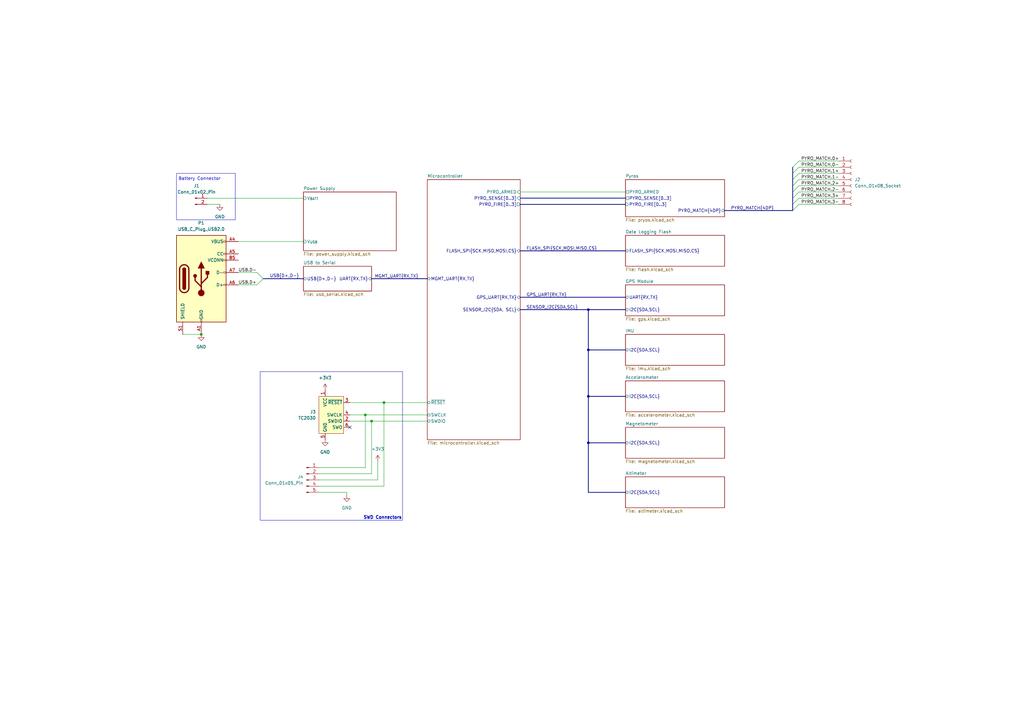
<source format=kicad_sch>
(kicad_sch (version 20231120) (generator "eeschema") (generator_version "8.0")
  (paper "A3")
  (title_block (title "Blackstone Flight Computer - Overview") (date "2024-08-02") (rev "Rev A") (company "UC Aerospace") (comment 1 "Project: Blackstone"))
  (lib_symbols
    (symbol "Connector:Conn_01x02_Pin" (pin_names (offset 1.016) hide)
      (property "Reference" "J" (at 0 2.54 0))
      (property "Value" "Conn_01x02_Pin" (at 0 -5.08 0))
      (symbol "Conn_01x02_Pin_1_1"
        (polyline (pts (xy 1.27 -2.54) (xy 0.8636 -2.54)) (stroke (width 0.1524)))
        (polyline (pts (xy 1.27 0) (xy 0.8636 0)) (stroke (width 0.1524)))
        (rectangle (start 0.8636 -2.413) (end 0 -2.667) (stroke (width 0.1524)) (fill (type outline)))
        (rectangle (start 0.8636 0.127) (end 0 -0.127) (stroke (width 0.1524)) (fill (type outline)))
        (pin passive line (at 5.08 0 180) (length 3.81) (name "Pin_1") (number "1"))
        (pin passive line (at 5.08 -2.54 180) (length 3.81) (name "Pin_2") (number "2"))
      )
    )
    (symbol "Connector:Conn_01x05_Pin" (pin_names (offset 1.016) hide)
      (property "Reference" "J" (at 0 7.62 0))
      (property "Value" "Conn_01x05_Pin" (at 0 -7.62 0))
      (symbol "Conn_01x05_Pin_1_1"
        (polyline (pts (xy 1.27 -5.08) (xy 0.8636 -5.08)) (stroke (width 0.1524)))
        (polyline (pts (xy 1.27 -2.54) (xy 0.8636 -2.54)) (stroke (width 0.1524)))
        (polyline (pts (xy 1.27 0) (xy 0.8636 0)) (stroke (width 0.1524)))
        (polyline (pts (xy 1.27 2.54) (xy 0.8636 2.54)) (stroke (width 0.1524)))
        (polyline (pts (xy 1.27 5.08) (xy 0.8636 5.08)) (stroke (width 0.1524)))
        (rectangle (start 0.8636 -4.953) (end 0 -5.207) (stroke (width 0.1524)) (fill (type outline)))
        (rectangle (start 0.8636 -2.413) (end 0 -2.667) (stroke (width 0.1524)) (fill (type outline)))
        (rectangle (start 0.8636 0.127) (end 0 -0.127) (stroke (width 0.1524)) (fill (type outline)))
        (rectangle (start 0.8636 2.667) (end 0 2.413) (stroke (width 0.1524)) (fill (type outline)))
        (rectangle (start 0.8636 5.207) (end 0 4.953) (stroke (width 0.1524)) (fill (type outline)))
        (pin passive line (at 5.08 5.08 180) (length 3.81) (name "Pin_1") (number "1"))
        (pin passive line (at 5.08 2.54 180) (length 3.81) (name "Pin_2") (number "2"))
        (pin passive line (at 5.08 0 180) (length 3.81) (name "Pin_3") (number "3"))
        (pin passive line (at 5.08 -2.54 180) (length 3.81) (name "Pin_4") (number "4"))
        (pin passive line (at 5.08 -5.08 180) (length 3.81) (name "Pin_5") (number "5"))
      )
    )
    (symbol "Connector:Conn_01x08_Socket" (pin_names (offset 1.016) hide)
      (property "Reference" "J" (at 0 10.16 0))
      (property "Value" "Conn_01x08_Socket" (at 0 -12.7 0))
      (symbol "Conn_01x08_Socket_1_1"
        (arc (start 0 -9.652) (mid -0.5058 -10.16) (end 0 -10.668) (stroke (width 0.1524)))
        (arc (start 0 -7.112) (mid -0.5058 -7.62) (end 0 -8.128) (stroke (width 0.1524)))
        (arc (start 0 -4.572) (mid -0.5058 -5.08) (end 0 -5.588) (stroke (width 0.1524)))
        (arc (start 0 -2.032) (mid -0.5058 -2.54) (end 0 -3.048) (stroke (width 0.1524)))
        (polyline (pts (xy -1.27 -10.16) (xy -0.508 -10.16)) (stroke (width 0.1524)))
        (polyline (pts (xy -1.27 -7.62) (xy -0.508 -7.62)) (stroke (width 0.1524)))
        (polyline (pts (xy -1.27 -5.08) (xy -0.508 -5.08)) (stroke (width 0.1524)))
        (polyline (pts (xy -1.27 -2.54) (xy -0.508 -2.54)) (stroke (width 0.1524)))
        (polyline (pts (xy -1.27 0) (xy -0.508 0)) (stroke (width 0.1524)))
        (polyline (pts (xy -1.27 2.54) (xy -0.508 2.54)) (stroke (width 0.1524)))
        (polyline (pts (xy -1.27 5.08) (xy -0.508 5.08)) (stroke (width 0.1524)))
        (polyline (pts (xy -1.27 7.62) (xy -0.508 7.62)) (stroke (width 0.1524)))
        (arc (start 0 0.508) (mid -0.5058 0) (end 0 -0.508) (stroke (width 0.1524)))
        (arc (start 0 3.048) (mid -0.5058 2.54) (end 0 2.032) (stroke (width 0.1524)))
        (arc (start 0 5.588) (mid -0.5058 5.08) (end 0 4.572) (stroke (width 0.1524)))
        (arc (start 0 8.128) (mid -0.5058 7.62) (end 0 7.112) (stroke (width 0.1524)))
        (pin passive line (at -5.08 7.62 0) (length 3.81) (name "Pin_1") (number "1"))
        (pin passive line (at -5.08 5.08 0) (length 3.81) (name "Pin_2") (number "2"))
        (pin passive line (at -5.08 2.54 0) (length 3.81) (name "Pin_3") (number "3"))
        (pin passive line (at -5.08 0 0) (length 3.81) (name "Pin_4") (number "4"))
        (pin passive line (at -5.08 -2.54 0) (length 3.81) (name "Pin_5") (number "5"))
        (pin passive line (at -5.08 -5.08 0) (length 3.81) (name "Pin_6") (number "6"))
        (pin passive line (at -5.08 -7.62 0) (length 3.81) (name "Pin_7") (number "7"))
        (pin passive line (at -5.08 -10.16 0) (length 3.81) (name "Pin_8") (number "8"))
      )
    )
    (symbol "Connector:Conn_ARM_SWD_TagConnect_TC2030" (in_bom no)
      (property "Reference" "J" (at 2.54 11.43 0))
      (property "Value" "Conn_ARM_SWD_TagConnect_TC2030" (at 5.08 8.89 0))
      (symbol "Conn_ARM_SWD_TagConnect_TC2030_0_0"
        (pin power_in line (at -2.54 10.16 270) (length 2.54) (name "VCC") (number "1"))
        (pin bidirectional line (at 7.62 -2.54 180) (length 2.54) (name "SWDIO") (number "2"))
        (pin open_collector line (at 7.62 5.08 180) (length 2.54) (name "~{RESET}") (number "3"))
        (pin output line (at 7.62 0 180) (length 2.54) (name "SWCLK") (number "4"))
        (pin power_in line (at -2.54 -10.16 90) (length 2.54) (name "GND") (number "5"))
        (pin input line (at 7.62 -5.08 180) (length 2.54) (name "SWO") (number "6"))
      )
      (symbol "Conn_ARM_SWD_TagConnect_TC2030_0_1"
        (rectangle (start -5.08 7.62) (end 5.08 -7.62) (fill (type background)))
      )
    )
    (symbol "Connector:USB_C_Plug_USB2.0" (pin_names (offset 1.016))
      (property "Reference" "P" (at -10.16 19.05 0))
      (property "Value" "USB_C_Plug_USB2.0" (at 12.7 19.05 0))
      (symbol "USB_C_Plug_USB2.0_0_0"
        (rectangle (start -0.254 -17.78) (end 0.254 -16.764))
        (rectangle (start 10.16 -2.286) (end 9.144 -2.794))
        (rectangle (start 10.16 2.794) (end 9.144 2.286))
        (rectangle (start 10.16 7.874) (end 9.144 7.366))
        (rectangle (start 10.16 10.414) (end 9.144 9.906))
        (rectangle (start 10.16 15.494) (end 9.144 14.986))
      )
      (symbol "USB_C_Plug_USB2.0_0_1"
        (rectangle (start -10.16 17.78) (end 10.16 -17.78) (stroke (width 0.254)) (fill (type background)))
        (arc (start -8.89 -3.81) (mid -6.985 -5.7067) (end -5.08 -3.81) (stroke (width 0.508)))
        (arc (start -7.62 -3.81) (mid -6.985 -4.4423) (end -6.35 -3.81) (stroke (width 0.254)))
        (arc (start -7.62 -3.81) (mid -6.985 -4.4423) (end -6.35 -3.81) (stroke (width 0.254)) (fill (type outline)))
        (rectangle (start -7.62 -3.81) (end -6.35 3.81) (stroke (width 0.254)) (fill (type outline)))
        (arc (start -6.35 3.81) (mid -6.985 4.4423) (end -7.62 3.81) (stroke (width 0.254)))
        (arc (start -6.35 3.81) (mid -6.985 4.4423) (end -7.62 3.81) (stroke (width 0.254)) (fill (type outline)))
        (arc (start -5.08 3.81) (mid -6.985 5.7067) (end -8.89 3.81) (stroke (width 0.508)))
        (circle (center -2.54 1.143) (radius 0.635) (stroke (width 0.254)) (fill (type outline)))
        (circle (center 0 -5.842) (radius 1.27) (fill (type outline)))
        (polyline (pts (xy -8.89 -3.81) (xy -8.89 3.81)) (stroke (width 0.508)))
        (polyline (pts (xy -5.08 3.81) (xy -5.08 -3.81)) (stroke (width 0.508)))
        (polyline (pts (xy 0 -5.842) (xy 0 4.318)) (stroke (width 0.508)))
        (polyline (pts (xy 0 -3.302) (xy -2.54 -0.762) (xy -2.54 0.508)) (stroke (width 0.508)))
        (polyline (pts (xy 0 -2.032) (xy 2.54 0.508) (xy 2.54 1.778)) (stroke (width 0.508)))
        (polyline (pts (xy -1.27 4.318) (xy 0 6.858) (xy 1.27 4.318) (xy -1.27 4.318)) (stroke (width 0.254)) (fill (type outline)))
        (rectangle (start 1.905 1.778) (end 3.175 3.048) (stroke (width 0.254)) (fill (type outline)))
      )
      (symbol "USB_C_Plug_USB2.0_1_1"
        (pin passive line (at 0 -22.86 90) (length 5.08) (name "GND") (number "A1"))
        (pin passive line (at 0 -22.86 90) (length 5.08) hide (name "GND") (number "A12"))
        (pin passive line (at 15.24 15.24 180) (length 5.08) (name "VBUS") (number "A4"))
        (pin bidirectional line (at 15.24 10.16 180) (length 5.08) (name "CC") (number "A5"))
        (pin bidirectional line (at 15.24 -2.54 180) (length 5.08) (name "D+") (number "A6"))
        (pin bidirectional line (at 15.24 2.54 180) (length 5.08) (name "D-") (number "A7"))
        (pin passive line (at 15.24 15.24 180) (length 5.08) hide (name "VBUS") (number "A9"))
        (pin passive line (at 0 -22.86 90) (length 5.08) hide (name "GND") (number "B1"))
        (pin passive line (at 0 -22.86 90) (length 5.08) hide (name "GND") (number "B12"))
        (pin passive line (at 15.24 15.24 180) (length 5.08) hide (name "VBUS") (number "B4"))
        (pin bidirectional line (at 15.24 7.62 180) (length 5.08) (name "VCONN") (number "B5"))
        (pin passive line (at 15.24 15.24 180) (length 5.08) hide (name "VBUS") (number "B9"))
        (pin passive line (at -7.62 -22.86 90) (length 5.08) (name "SHIELD") (number "S1"))
      )
    )
    (symbol "power:+3V3" (power) (pin_numbers hide) (pin_names (offset 0) hide)
      (property "Value" "+3V3" (at 0 3.556 0))
      (symbol "+3V3_0_1"
        (polyline (pts (xy -0.762 1.27) (xy 0 2.54)))
        (polyline (pts (xy 0 0) (xy 0 2.54)))
        (polyline (pts (xy 0 2.54) (xy 0.762 1.27)))
      )
      (symbol "+3V3_1_1"
        (pin power_in line (at 0 0 90) (length 0) (name "~") (number "1"))
      )
    )
    (symbol "power:GND" (power) (pin_numbers hide) (pin_names (offset 0) hide)
      (property "Value" "GND" (at 0 -3.81 0))
      (symbol "GND_0_1"
        (polyline (pts (xy 0 0) (xy 0 -1.27) (xy 1.27 -1.27) (xy 0 -2.54) (xy -1.27 -1.27) (xy 0 -1.27)))
      )
      (symbol "GND_1_1"
        (pin power_in line (at 0 0 270) (length 0) (name "~") (number "1"))
      )
    )
  )
  (bus_alias "4DP" (members "0+" "0-" "1+" "1-" "2+" "2-" "3+" "3-"))
  (junction (at 241.3 181.61))
  (junction (at 82.55 137.16))
  (junction (at 241.3 162.56))
  (junction (at 149.86 170.18))
  (junction (at 241.3 143.51))
  (junction (at 157.48 165.1))
  (junction (at 152.4 172.72))
  (junction (at 241.3 127))
  (no_connect (at 143.51 175.26))
  (bus_entry (at 107.95 114.3) (size -2.54 2.54))
  (bus_entry (at 325.12 78.74) (size 2.54 -2.54))
  (bus_entry (at 325.12 76.2) (size 2.54 -2.54))
  (bus_entry (at 325.12 81.28) (size 2.54 -2.54))
  (bus_entry (at 325.12 83.82) (size 2.54 -2.54))
  (bus_entry (at 325.12 73.66) (size 2.54 -2.54))
  (bus_entry (at 325.12 68.58) (size 2.54 -2.54))
  (bus_entry (at 325.12 71.12) (size 2.54 -2.54))
  (bus_entry (at 105.41 111.76) (size 2.54 2.54))
  (bus_entry (at 325.12 86.36) (size 2.54 -2.54))
  (bus (pts (xy 241.3 127) (xy 256.54 127)))
  (wire (pts (xy 213.36 78.74) (xy 256.54 78.74)))
  (wire (pts (xy 142.24 201.93) (xy 142.24 203.2)))
  (wire (pts (xy 74.93 137.16) (xy 82.55 137.16)))
  (bus (pts (xy 325.12 83.82) (xy 325.12 86.36)))
  (wire (pts (xy 97.79 116.84) (xy 105.41 116.84)))
  (bus (pts (xy 241.3 201.93) (xy 256.54 201.93)))
  (wire (pts (xy 327.66 76.2) (xy 344.17 76.2)))
  (bus (pts (xy 297.18 86.36) (xy 325.12 86.36)))
  (bus (pts (xy 325.12 81.28) (xy 325.12 83.82)))
  (bus (pts (xy 325.12 71.12) (xy 325.12 73.66)))
  (wire (pts (xy 143.51 170.18) (xy 149.86 170.18)))
  (bus (pts (xy 325.12 68.58) (xy 325.12 71.12)))
  (wire (pts (xy 152.4 194.31) (xy 152.4 172.72)))
  (bus (pts (xy 241.3 181.61) (xy 256.54 181.61)))
  (wire (pts (xy 327.66 66.04) (xy 344.17 66.04)))
  (bus (pts (xy 241.3 127) (xy 241.3 143.51)))
  (wire (pts (xy 85.09 83.82) (xy 90.17 83.82)))
  (bus (pts (xy 325.12 73.66) (xy 325.12 76.2)))
  (bus (pts (xy 241.3 162.56) (xy 256.54 162.56)))
  (wire (pts (xy 327.66 78.74) (xy 344.17 78.74)))
  (bus (pts (xy 241.3 162.56) (xy 241.3 181.61)))
  (wire (pts (xy 85.09 81.28) (xy 124.46 81.28)))
  (wire (pts (xy 130.81 201.93) (xy 142.24 201.93)))
  (wire (pts (xy 124.46 99.06) (xy 97.79 99.06)))
  (wire (pts (xy 154.94 196.85) (xy 154.94 189.23)))
  (wire (pts (xy 157.48 165.1) (xy 175.26 165.1)))
  (bus (pts (xy 256.54 143.51) (xy 241.3 143.51)))
  (bus (pts (xy 213.36 102.87) (xy 256.54 102.87)))
  (wire (pts (xy 149.86 170.18) (xy 149.86 191.77)))
  (wire (pts (xy 149.86 191.77) (xy 130.81 191.77)))
  (bus (pts (xy 213.36 83.82) (xy 256.54 83.82)))
  (wire (pts (xy 157.48 165.1) (xy 157.48 199.39)))
  (bus (pts (xy 325.12 76.2) (xy 325.12 78.74)))
  (wire (pts (xy 327.66 68.58) (xy 344.17 68.58)))
  (wire (pts (xy 97.79 111.76) (xy 105.41 111.76)))
  (wire (pts (xy 149.86 170.18) (xy 175.26 170.18)))
  (wire (pts (xy 157.48 199.39) (xy 130.81 199.39)))
  (bus (pts (xy 107.95 114.3) (xy 124.46 114.3)))
  (bus (pts (xy 213.36 81.28) (xy 256.54 81.28)))
  (wire (pts (xy 152.4 172.72) (xy 175.26 172.72)))
  (wire (pts (xy 130.81 196.85) (xy 154.94 196.85)))
  (bus (pts (xy 325.12 78.74) (xy 325.12 81.28)))
  (wire (pts (xy 143.51 172.72) (xy 152.4 172.72)))
  (bus (pts (xy 241.3 181.61) (xy 241.3 201.93)))
  (wire (pts (xy 327.66 81.28) (xy 344.17 81.28)))
  (bus (pts (xy 152.4 114.3) (xy 175.26 114.3)))
  (wire (pts (xy 130.81 194.31) (xy 152.4 194.31)))
  (wire (pts (xy 327.66 71.12) (xy 344.17 71.12)))
  (bus (pts (xy 213.36 127) (xy 241.3 127)))
  (wire (pts (xy 143.51 165.1) (xy 157.48 165.1)))
  (wire (pts (xy 327.66 73.66) (xy 344.17 73.66)))
  (bus (pts (xy 213.36 121.92) (xy 256.54 121.92)))
  (wire (pts (xy 327.66 83.82) (xy 344.17 83.82)))
  (bus (pts (xy 241.3 143.51) (xy 241.3 162.56)))
  (rectangle (start 72.39 71.12) (end 96.52 90.17))
  (rectangle (start 106.68 152.4) (end 165.1 213.36))
  (text "Battery Connector" (at 73.152 72.644 0) (effects (font (size 1.27 1.27)) (justify left top)))
  (text "SWD Connectors" (at 164.846 213.106 0) (effects (font (size 1.27 1.27) (thickness 0.254) (bold yes)) (justify right bottom)))
  (label "PYRO_MATCH.1-" (at 344.17 73.66 180))
  (label "PYRO_MATCH.2+" (at 344.17 76.2 180))
  (label "USB{D+,D-}" (at 110.6473 114.1202 0))
  (label "PYRO_MATCH{4DP}" (at 299.72 86.36 0))
  (label "PYRO_MATCH,0-" (at 344.17 68.58 180))
  (label "PYRO_MATCH.2-" (at 344.17 78.74 180))
  (label "PYRO_MATCH.3+" (at 344.17 81.28 180))
  (label "PYRO_MATCH.0+" (at 344.17 66.04 180))
  (label "USB.D+" (at 97.79 116.84 0))
  (label "MGMT_UART{RX,TX}" (at 153.67 114.3 0))
  (label "PYRO_MATCH.1+" (at 344.17 71.12 180))
  (label "FLASH_SPI{SCK,MOSI,MISO,CS}" (at 215.9 102.87 0))
  (label "USB.D-" (at 97.79 111.76 0))
  (label "SENSOR_I2C{SDA,SCL}" (at 215.9 127 0))
  (label "PYRO_MATCH.3-" (at 344.17 83.82 180))
  (label "GPS_UART{RX,TX}" (at 215.9 121.92 0))
  (symbol (lib_id "power:+3V3") (at 133.35 160.02 0) (unit 1)
    (property "Reference" "#PWR07" (effects (hide yes)))
    (property "Value" "+3V3" (at 133.35 154.94 0))
    (property "Description" "Power symbol creates a global label with name \"+3V3\"" (effects (hide yes)))
  )
  (symbol (lib_id "power:GND") (at 90.17 83.82 0) (unit 1)
    (property "Reference" "#PWR06" (effects (hide yes)))
    (property "Value" "GND" (at 90.17 88.9 0))
    (property "Description" "Power symbol creates a global label with name \"GND\" , ground" (effects (hide yes)))
  )
  (symbol (lib_id "power:GND") (at 142.24 203.2 0) (unit 1)
    (property "Reference" "#PWR010" (effects (hide yes)))
    (property "Value" "GND" (at 142.24 208.28 0))
    (property "Description" "Power symbol creates a global label with name \"GND\" , ground" (effects (hide yes)))
  )
  (symbol (lib_id "Connector:Conn_ARM_SWD_TagConnect_TC2030") (at 135.89 170.18 0) (unit 1) (in_bom no)
    (property "Reference" "J3" (at 129.54 168.9099 0) (effects (justify right)))
    (property "Value" "TC2030" (at 129.54 171.4499 0) (effects (justify right)))
    (property "Footprint" "Connector:Tag-Connect_TC2030-IDC-FP_2x03_P1.27mm_Vertical" (effects (hide yes)))
    (property "Datasheet" "https://www.tag-connect.com/wp-content/uploads/bsk-pdf-manager/TC2030-CTX_1.pdf" (effects (hide yes)))
    (property "Description" "Tag-Connect ARM Cortex SWD JTAG connector, 6 pin" (effects (hide yes)))
  )
  (symbol (lib_id "Connector:Conn_01x08_Socket") (at 349.25 73.66 0) (unit 1)
    (property "Reference" "J2" (at 350.52 73.6599 0) (effects (justify left)))
    (property "Value" "Conn_01x08_Socket" (at 350.52 76.1999 0) (effects (justify left)))
    (property "Description" "Generic connector, single row, 01x08, script generated" (effects (hide yes)))
  )
  (symbol (lib_id "power:GND") (at 133.35 180.34 0) (unit 1)
    (property "Reference" "#PWR08" (effects (hide yes)))
    (property "Value" "GND" (at 133.35 185.42 0))
    (property "Description" "Power symbol creates a global label with name \"GND\" , ground" (effects (hide yes)))
  )
  (symbol (lib_id "Connector:Conn_01x05_Pin") (at 125.73 196.85 0) (unit 1)
    (property "Reference" "J4" (at 124.46 195.5799 0) (effects (justify right)))
    (property "Value" "Conn_01x05_Pin" (at 124.46 198.1199 0) (effects (justify right)))
    (property "Description" "Generic connector, single row, 01x05, script generated" (effects (hide yes)))
  )
  (symbol (lib_id "Connector:Conn_01x02_Pin") (at 80.01 81.28 0) (unit 1)
    (property "Reference" "J1" (at 80.645 76.2 0))
    (property "Value" "Conn_01x02_Pin" (at 80.645 78.74 0))
    (property "Description" "Generic connector, single row, 01x02, script generated" (effects (hide yes)))
  )
  (symbol (lib_id "Connector:USB_C_Plug_USB2.0") (at 82.55 114.3 0) (unit 1)
    (property "Reference" "P1" (at 82.55 91.44 0))
    (property "Value" "USB_C_Plug_USB2.0" (at 82.55 93.98 0))
    (property "Datasheet" "https://www.usb.org/sites/default/files/documents/usb_type-c.zip" (effects (hide yes)))
    (property "Description" "USB 2.0-only Type-C Plug connector" (effects (hide yes)))
  )
  (symbol (lib_id "power:+3V3") (at 154.94 189.23 0) (unit 1)
    (property "Reference" "#PWR09" (effects (hide yes)))
    (property "Value" "+3V3" (at 154.94 184.15 0))
    (property "Description" "Power symbol creates a global label with name \"+3V3\"" (effects (hide yes)))
  )
  (symbol (lib_id "power:GND") (at 82.55 137.16 0) (unit 1)
    (property "Reference" "#PWR05" (effects (hide yes)))
    (property "Value" "GND" (at 82.55 142.24 0))
    (property "Description" "Power symbol creates a global label with name \"GND\" , ground" (effects (hide yes)))
  )
  (sheet (at 124.46 109.22) (size 27.94 10.16) (stroke (width 0.1524))
    (property "Sheetname" "USB to Serial" (at 124.46 108.5084 0) (effects (justify left bottom)))
    (property "Sheetfile" "usb_serial.kicad_sch" (at 124.46 119.9646 0) (effects (justify left top)))
    (pin "USB{D+,D-}" bidirectional (at 124.46 114.3 180))
    (pin "UART{RX,TX}" bidirectional (at 152.4 114.3 0))
  )
  (sheet (at 256.54 116.84) (size 40.64 12.7) (stroke (width 0.1524))
    (property "Sheetname" "GPS Module" (at 256.54 116.1284 0) (effects (justify left bottom)))
    (property "Sheetfile" "gps.kicad_sch" (at 256.54 130.1246 0) (effects (justify left top)))
    (pin "UART{RX,TX}" bidirectional (at 256.54 121.92 180))
    (pin "I2C{SDA,SCL}" bidirectional (at 256.54 127 180))
  )
  (sheet (at 256.54 156.21) (size 40.64 12.7) (stroke (width 0.1524))
    (property "Sheetname" "Accelerometer" (at 256.54 155.4984 0) (effects (justify left bottom)))
    (property "Sheetfile" "accelerometer.kicad_sch" (at 256.54 169.4946 0) (effects (justify left top)))
    (pin "I2C{SDA,SCL}" bidirectional (at 256.54 162.56 180))
  )
  (sheet (at 256.54 96.52) (size 40.64 12.7) (stroke (width 0.1524))
    (property "Sheetname" "Data Logging Flash" (at 256.54 95.8084 0) (effects (justify left bottom)))
    (property "Sheetfile" "flash.kicad_sch" (at 256.54 109.8046 0) (effects (justify left top)))
    (pin "FLASH_SPI{SCK,MOSI,MISO,CS}" bidirectional (at 256.54 102.87 180))
  )
  (sheet (at 256.54 73.66) (size 40.64 15.24) (stroke (width 0.1524))
    (property "Sheetname" "Pyros" (at 256.54 72.9484 0) (effects (justify left bottom)))
    (property "Sheetfile" "pryos.kicad_sch" (at 256.54 89.4846 0) (effects (justify left top)))
    (pin "PYRO_ARMED" output (at 256.54 78.74 180))
    (pin "PYRO_SENSE[0..3]" output (at 256.54 81.28 180))
    (pin "PYRO_FIRE[0..3]" input (at 256.54 83.82 180))
    (pin "PYRO_MATCH{4DP}" bidirectional (at 297.18 86.36 0))
  )
  (sheet (at 124.46 78.74) (size 38.1 24.13) (stroke (width 0.1524))
    (property "Sheetname" "Power Supply" (at 124.46 78.0284 0) (effects (justify left bottom)))
    (property "Sheetfile" "power_supply.kicad_sch" (at 124.46 103.4546 0) (effects (justify left top)))
    (pin "V_{BATT}" input (at 124.46 81.28 180))
    (pin "V_{USB}" input (at 124.46 99.06 180))
  )
  (sheet (at 175.26 73.66) (size 38.1 106.68) (stroke (width 0.1524))
    (property "Sheetname" "Microcontroller" (at 175.26 72.9484 0) (effects (justify left bottom)))
    (property "Sheetfile" "microcontroller.kicad_sch" (at 175.26 180.9246 0) (effects (justify left top)))
    (pin "MGMT_UART{RX,TX}" bidirectional (at 175.26 114.3 180))
    (pin "PYRO_ARMED" input (at 213.36 78.74 0))
    (pin "FLASH_SPI{SCK,MISO,MOSI,CS}" bidirectional (at 213.36 102.87 0))
    (pin "GPS_UART{RX,TX}" bidirectional (at 213.36 121.92 0))
    (pin "SENSOR_I2C{SDA, SCL}" bidirectional (at 213.36 127 0))
    (pin "PYRO_SENSE[0..3]" input (at 213.36 81.28 0))
    (pin "PYRO_FIRE[0..3]" output (at 213.36 83.82 0))
    (pin "SWDIO" bidirectional (at 175.26 172.72 180))
    (pin "SWCLK" bidirectional (at 175.26 170.18 180))
    (pin "~{RESET}" bidirectional (at 175.26 165.1 180))
  )
  (sheet (at 256.54 137.16) (size 40.64 12.7) (stroke (width 0.1524))
    (property "Sheetname" "IMU" (at 256.54 136.4484 0) (effects (justify left bottom)))
    (property "Sheetfile" "imu.kicad_sch" (at 256.54 150.4446 0) (effects (justify left top)))
    (pin "I2C{SDA,SCL}" bidirectional (at 256.54 143.51 180))
  )
  (sheet (at 256.54 175.26) (size 40.64 12.7) (stroke (width 0.1524))
    (property "Sheetname" "Magnetometer" (at 256.54 174.5484 0) (effects (justify left bottom)))
    (property "Sheetfile" "magnetometer.kicad_sch" (at 256.54 188.5446 0) (effects (justify left top)))
    (pin "I2C{SDA,SCL}" bidirectional (at 256.54 181.61 180))
  )
  (sheet (at 256.54 195.58) (size 40.64 12.7) (stroke (width 0.1524))
    (property "Sheetname" "Altimeter" (at 256.54 194.8684 0) (effects (justify left bottom)))
    (property "Sheetfile" "altimeter.kicad_sch" (at 256.54 208.8646 0) (effects (justify left top)))
    (pin "I2C{SDA,SCL}" bidirectional (at 256.54 201.93 180))
  )
)
</source>
